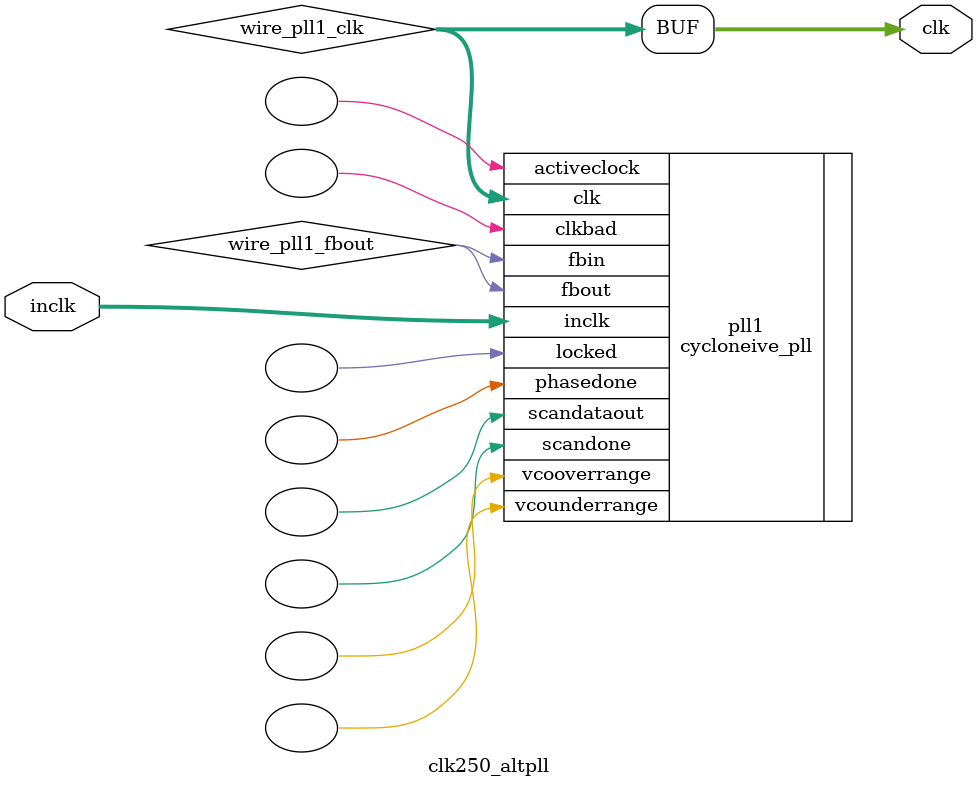
<source format=v>






//synthesis_resources = cycloneive_pll 1 
//synopsys translate_off
`timescale 1 ps / 1 ps
//synopsys translate_on
module  clk250_altpll
	( 
	clk,
	inclk) /* synthesis synthesis_clearbox=1 */;
	output   [4:0]  clk;
	input   [1:0]  inclk;
`ifndef ALTERA_RESERVED_QIS
// synopsys translate_off
`endif
	tri0   [1:0]  inclk;
`ifndef ALTERA_RESERVED_QIS
// synopsys translate_on
`endif

	wire  [4:0]   wire_pll1_clk;
	wire  wire_pll1_fbout;

	cycloneive_pll   pll1
	( 
	.activeclock(),
	.clk(wire_pll1_clk),
	.clkbad(),
	.fbin(wire_pll1_fbout),
	.fbout(wire_pll1_fbout),
	.inclk(inclk),
	.locked(),
	.phasedone(),
	.scandataout(),
	.scandone(),
	.vcooverrange(),
	.vcounderrange()
	`ifndef FORMAL_VERIFICATION
	// synopsys translate_off
	`endif
	,
	.areset(1'b0),
	.clkswitch(1'b0),
	.configupdate(1'b0),
	.pfdena(1'b1),
	.phasecounterselect({3{1'b0}}),
	.phasestep(1'b0),
	.phaseupdown(1'b0),
	.scanclk(1'b0),
	.scanclkena(1'b1),
	.scandata(1'b0)
	`ifndef FORMAL_VERIFICATION
	// synopsys translate_on
	`endif
	);
	defparam
		pll1.bandwidth_type = "auto",
		pll1.clk0_divide_by = 1,
		pll1.clk0_duty_cycle = 50,
		pll1.clk0_multiply_by = 5,
		pll1.clk0_phase_shift = "0",
		pll1.compensate_clock = "clk0",
		pll1.inclk0_input_frequency = 20000,
		pll1.operation_mode = "normal",
		pll1.pll_type = "auto",
		pll1.lpm_type = "cycloneive_pll";
	assign
		clk = {wire_pll1_clk[4:0]};
endmodule //clk250_altpll
//VALID FILE

</source>
